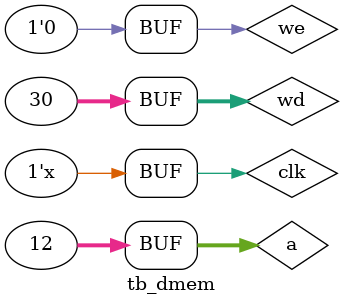
<source format=sv>
`timescale 1ns / 1ps


module tb_dmem();

logic clk, we;
logic [31:0] a, wd, rd;

dmem dut(clk, we, a, wd, rd);

always #5 clk = ~clk;

initial begin
clk=0;
we=0;
#10
a=32'd4;
wd=32'd10;
we=1;
#10
we=0;
#10
a=32'd8;
wd=32'd20;
we=1;
#10
we=0;
#10
a=32'd12;
wd=32'd30;
we=1;
#10
we=0;
end

endmodule

</source>
